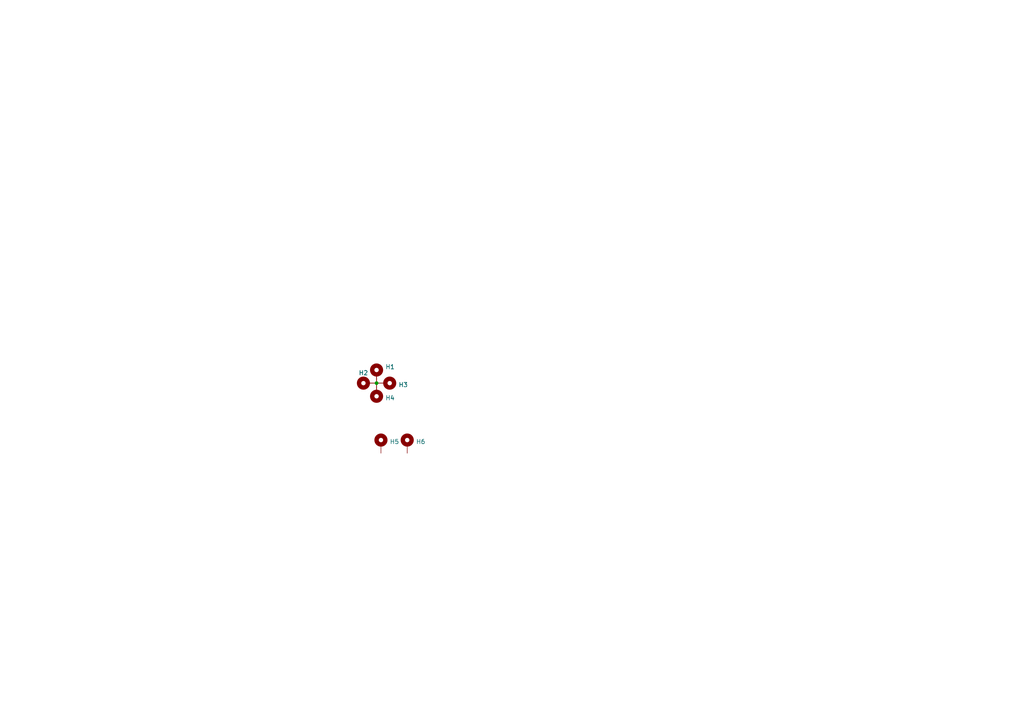
<source format=kicad_sch>
(kicad_sch (version 20211123) (generator eeschema)
  (paper "A4")
  (lib_symbols
    (symbol "Mechanical:MountingHole_Pad" (pin_numbers hide) (pin_names (offset 1.016) hide)
      (property "Reference" "H" (at 0 6.35 0))
      (property "Value" "MountingHole_Pad" (at 0 4.445 0))
      (symbol "MountingHole_Pad_0_1"
        (circle (center 0 1.27) (radius 1.27) (stroke (width 1.27)))
      )
      (symbol "MountingHole_Pad_1_1"
        (pin input line (at 0 -2.54 90) (length 2.54) (name "1") (number "1"))
      )
    )
  )
  (junction (at 109.22 111.125))
  (symbol (lib_id "Mechanical:MountingHole_Pad") (at 110.49 128.905 0) (unit 1)
    (property "Reference" "H5" (at 113.03 128.114 0) (effects (justify left)))
    (property "Value" "MountingHole_Pad" (effects hide))
    (property "Footprint" "MountingHole:MountingHole_3.2mm_M3_DIN965_Pad" (effects hide))
  )
  (symbol (lib_id "Mechanical:MountingHole_Pad") (at 106.68 111.125 90) (unit 1)
    (property "Reference" "H2" (at 105.41 108.1555 90))
    (property "Value" "MountingHole_Pad" (effects hide))
    (property "Footprint" "MountingHole:MountingHole_3.2mm_M3_DIN965_Pad" (effects hide))
  )
  (symbol (lib_id "Mechanical:MountingHole_Pad") (at 109.22 113.665 180) (unit 1)
    (property "Reference" "H4" (at 111.76 115.414 0) (effects (justify right)))
    (property "Value" "MountingHole_Pad" (effects hide))
    (property "Footprint" "MountingHole:MountingHole_3.2mm_M3_DIN965_Pad" (effects hide))
  )
  (symbol (lib_id "Mechanical:MountingHole_Pad") (at 109.22 108.585 0) (unit 1)
    (property "Reference" "H1" (at 111.76 106.4065 0) (effects (justify left)))
    (property "Value" "MountingHole_Pad" (effects hide))
    (property "Footprint" "MountingHole:MountingHole_3.2mm_M3_DIN965_Pad" (effects hide))
  )
  (symbol (lib_id "Mechanical:MountingHole_Pad") (at 111.76 111.125 270) (unit 1)
    (property "Reference" "H3" (at 115.57 111.604 90) (effects (justify left)))
    (property "Value" "MountingHole_Pad" (effects hide))
    (property "Footprint" "MountingHole:MountingHole_3.2mm_M3_DIN965_Pad" (effects hide))
  )
  (symbol (lib_id "Mechanical:MountingHole_Pad") (at 118.11 128.905 0) (unit 1)
    (property "Reference" "H6" (at 120.65 128.114 0) (effects (justify left)))
    (property "Value" "MountingHole_Pad" (effects hide))
    (property "Footprint" "MountingHole:MountingHole_3.2mm_M3_DIN965_Pad" (effects hide))
  )
)
</source>
